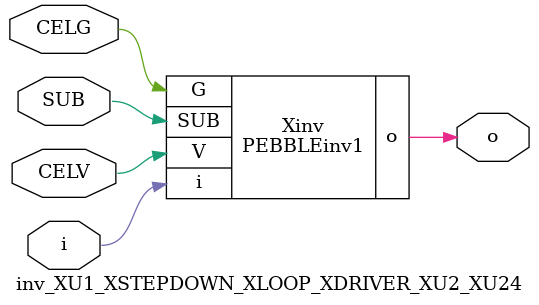
<source format=v>



module PEBBLEinv1 ( o, G, SUB, V, i );

  input V;
  input i;
  input G;
  output o;
  input SUB;
endmodule

//Celera Confidential Do Not Copy inv_XU1_XSTEPDOWN_XLOOP_XDRIVER_XU2_XU24
//Celera Confidential Symbol Generator
//5V Inverter
module inv_XU1_XSTEPDOWN_XLOOP_XDRIVER_XU2_XU24 (CELV,CELG,i,o,SUB);
input CELV;
input CELG;
input i;
input SUB;
output o;

//Celera Confidential Do Not Copy inv
PEBBLEinv1 Xinv(
.V (CELV),
.i (i),
.o (o),
.SUB (SUB),
.G (CELG)
);
//,diesize,PEBBLEinv1

//Celera Confidential Do Not Copy Module End
//Celera Schematic Generator
endmodule

</source>
